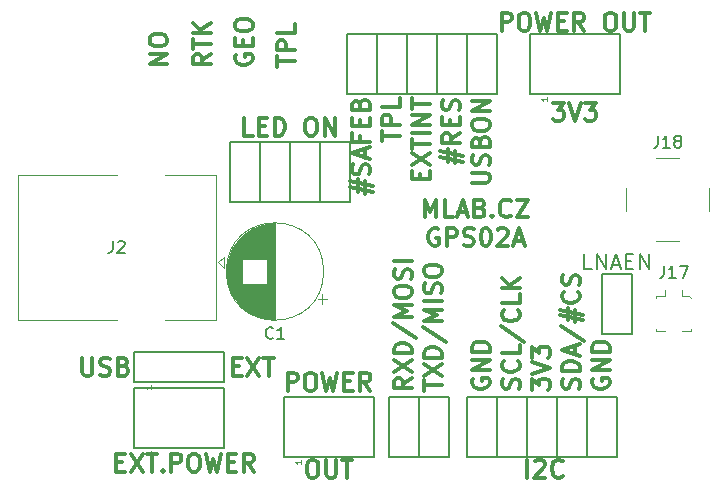
<source format=gbr>
G04 #@! TF.GenerationSoftware,KiCad,Pcbnew,(5.99.0-494-g9b7d4e274)*
G04 #@! TF.CreationDate,2020-06-03T14:44:00+02:00*
G04 #@! TF.ProjectId,GPS02A,47505330-3241-42e6-9b69-6361645f7063,REV*
G04 #@! TF.SameCoordinates,Original*
G04 #@! TF.FileFunction,Legend,Top*
G04 #@! TF.FilePolarity,Positive*
%FSLAX46Y46*%
G04 Gerber Fmt 4.6, Leading zero omitted, Abs format (unit mm)*
G04 Created by KiCad (PCBNEW (5.99.0-494-g9b7d4e274)) date 2020-06-03 14:44:00*
%MOMM*%
%LPD*%
G04 APERTURE LIST*
%ADD10C,0.300000*%
%ADD11C,0.200000*%
%ADD12C,0.150000*%
%ADD13C,0.120000*%
%ADD14C,0.050000*%
G04 APERTURE END LIST*
D10*
X34794571Y22880928D02*
X34794571Y24380928D01*
X35294571Y23309500D01*
X35794571Y24380928D01*
X35794571Y22880928D01*
X37223142Y22880928D02*
X36508857Y22880928D01*
X36508857Y24380928D01*
X37651714Y23309500D02*
X38366000Y23309500D01*
X37508857Y22880928D02*
X38008857Y24380928D01*
X38508857Y22880928D01*
X39508857Y23666642D02*
X39723142Y23595214D01*
X39794571Y23523785D01*
X39866000Y23380928D01*
X39866000Y23166642D01*
X39794571Y23023785D01*
X39723142Y22952357D01*
X39580285Y22880928D01*
X39008857Y22880928D01*
X39008857Y24380928D01*
X39508857Y24380928D01*
X39651714Y24309500D01*
X39723142Y24238071D01*
X39794571Y24095214D01*
X39794571Y23952357D01*
X39723142Y23809500D01*
X39651714Y23738071D01*
X39508857Y23666642D01*
X39008857Y23666642D01*
X40508857Y23023785D02*
X40580285Y22952357D01*
X40508857Y22880928D01*
X40437428Y22952357D01*
X40508857Y23023785D01*
X40508857Y22880928D01*
X42080285Y23023785D02*
X42008857Y22952357D01*
X41794571Y22880928D01*
X41651714Y22880928D01*
X41437428Y22952357D01*
X41294571Y23095214D01*
X41223142Y23238071D01*
X41151714Y23523785D01*
X41151714Y23738071D01*
X41223142Y24023785D01*
X41294571Y24166642D01*
X41437428Y24309500D01*
X41651714Y24380928D01*
X41794571Y24380928D01*
X42008857Y24309500D01*
X42080285Y24238071D01*
X42580285Y24380928D02*
X43580285Y24380928D01*
X42580285Y22880928D01*
X43580285Y22880928D01*
X35973142Y21894500D02*
X35830285Y21965928D01*
X35616000Y21965928D01*
X35401714Y21894500D01*
X35258857Y21751642D01*
X35187428Y21608785D01*
X35116000Y21323071D01*
X35116000Y21108785D01*
X35187428Y20823071D01*
X35258857Y20680214D01*
X35401714Y20537357D01*
X35616000Y20465928D01*
X35758857Y20465928D01*
X35973142Y20537357D01*
X36044571Y20608785D01*
X36044571Y21108785D01*
X35758857Y21108785D01*
X36687428Y20465928D02*
X36687428Y21965928D01*
X37258857Y21965928D01*
X37401714Y21894500D01*
X37473142Y21823071D01*
X37544571Y21680214D01*
X37544571Y21465928D01*
X37473142Y21323071D01*
X37401714Y21251642D01*
X37258857Y21180214D01*
X36687428Y21180214D01*
X38116000Y20537357D02*
X38330285Y20465928D01*
X38687428Y20465928D01*
X38830285Y20537357D01*
X38901714Y20608785D01*
X38973142Y20751642D01*
X38973142Y20894500D01*
X38901714Y21037357D01*
X38830285Y21108785D01*
X38687428Y21180214D01*
X38401714Y21251642D01*
X38258857Y21323071D01*
X38187428Y21394500D01*
X38116000Y21537357D01*
X38116000Y21680214D01*
X38187428Y21823071D01*
X38258857Y21894500D01*
X38401714Y21965928D01*
X38758857Y21965928D01*
X38973142Y21894500D01*
X39901714Y21965928D02*
X40044571Y21965928D01*
X40187428Y21894500D01*
X40258857Y21823071D01*
X40330285Y21680214D01*
X40401714Y21394500D01*
X40401714Y21037357D01*
X40330285Y20751642D01*
X40258857Y20608785D01*
X40187428Y20537357D01*
X40044571Y20465928D01*
X39901714Y20465928D01*
X39758857Y20537357D01*
X39687428Y20608785D01*
X39616000Y20751642D01*
X39544571Y21037357D01*
X39544571Y21394500D01*
X39616000Y21680214D01*
X39687428Y21823071D01*
X39758857Y21894500D01*
X39901714Y21965928D01*
X40973142Y21823071D02*
X41044571Y21894500D01*
X41187428Y21965928D01*
X41544571Y21965928D01*
X41687428Y21894500D01*
X41758857Y21823071D01*
X41830285Y21680214D01*
X41830285Y21537357D01*
X41758857Y21323071D01*
X40901714Y20465928D01*
X41830285Y20465928D01*
X42401714Y20894500D02*
X43116000Y20894500D01*
X42258857Y20465928D02*
X42758857Y21965928D01*
X43258857Y20465928D01*
X38802571Y25793285D02*
X40016857Y25793285D01*
X40159714Y25864714D01*
X40231142Y25936142D01*
X40302571Y26079000D01*
X40302571Y26364714D01*
X40231142Y26507571D01*
X40159714Y26579000D01*
X40016857Y26650428D01*
X38802571Y26650428D01*
X40231142Y27293285D02*
X40302571Y27507571D01*
X40302571Y27864714D01*
X40231142Y28007571D01*
X40159714Y28079000D01*
X40016857Y28150428D01*
X39874000Y28150428D01*
X39731142Y28079000D01*
X39659714Y28007571D01*
X39588285Y27864714D01*
X39516857Y27579000D01*
X39445428Y27436142D01*
X39374000Y27364714D01*
X39231142Y27293285D01*
X39088285Y27293285D01*
X38945428Y27364714D01*
X38874000Y27436142D01*
X38802571Y27579000D01*
X38802571Y27936142D01*
X38874000Y28150428D01*
X39516857Y29293285D02*
X39588285Y29507571D01*
X39659714Y29579000D01*
X39802571Y29650428D01*
X40016857Y29650428D01*
X40159714Y29579000D01*
X40231142Y29507571D01*
X40302571Y29364714D01*
X40302571Y28793285D01*
X38802571Y28793285D01*
X38802571Y29293285D01*
X38874000Y29436142D01*
X38945428Y29507571D01*
X39088285Y29579000D01*
X39231142Y29579000D01*
X39374000Y29507571D01*
X39445428Y29436142D01*
X39516857Y29293285D01*
X39516857Y28793285D01*
X38802571Y30579000D02*
X38802571Y30864714D01*
X38874000Y31007571D01*
X39016857Y31150428D01*
X39302571Y31221857D01*
X39802571Y31221857D01*
X40088285Y31150428D01*
X40231142Y31007571D01*
X40302571Y30864714D01*
X40302571Y30579000D01*
X40231142Y30436142D01*
X40088285Y30293285D01*
X39802571Y30221857D01*
X39302571Y30221857D01*
X39016857Y30293285D01*
X38874000Y30436142D01*
X38802571Y30579000D01*
X40302571Y31864714D02*
X38802571Y31864714D01*
X40302571Y32721857D01*
X38802571Y32721857D01*
X36762571Y27579000D02*
X36762571Y28650428D01*
X36119714Y28007571D02*
X38048285Y27579000D01*
X37405428Y28507571D02*
X37405428Y27436142D01*
X38048285Y28079000D02*
X36119714Y28507571D01*
X37762571Y30007571D02*
X37048285Y29507571D01*
X37762571Y29150428D02*
X36262571Y29150428D01*
X36262571Y29721857D01*
X36334000Y29864714D01*
X36405428Y29936142D01*
X36548285Y30007571D01*
X36762571Y30007571D01*
X36905428Y29936142D01*
X36976857Y29864714D01*
X37048285Y29721857D01*
X37048285Y29150428D01*
X36976857Y30650428D02*
X36976857Y31150428D01*
X37762571Y31364714D02*
X37762571Y30650428D01*
X36262571Y30650428D01*
X36262571Y31364714D01*
X37691142Y31936142D02*
X37762571Y32150428D01*
X37762571Y32507571D01*
X37691142Y32650428D01*
X37619714Y32721857D01*
X37476857Y32793285D01*
X37334000Y32793285D01*
X37191142Y32721857D01*
X37119714Y32650428D01*
X37048285Y32507571D01*
X36976857Y32221857D01*
X36905428Y32079000D01*
X36834000Y32007571D01*
X36691142Y31936142D01*
X36548285Y31936142D01*
X36405428Y32007571D01*
X36334000Y32079000D01*
X36262571Y32221857D01*
X36262571Y32579000D01*
X36334000Y32793285D01*
X34436857Y26079000D02*
X34436857Y26579000D01*
X35222571Y26793285D02*
X35222571Y26079000D01*
X33722571Y26079000D01*
X33722571Y26793285D01*
X33722571Y27293285D02*
X35222571Y28293285D01*
X33722571Y28293285D02*
X35222571Y27293285D01*
X33722571Y28650428D02*
X33722571Y29507571D01*
X35222571Y29079000D02*
X33722571Y29079000D01*
X35222571Y30007571D02*
X33722571Y30007571D01*
X35222571Y30721857D02*
X33722571Y30721857D01*
X35222571Y31579000D01*
X33722571Y31579000D01*
X33722571Y32079000D02*
X33722571Y32936142D01*
X35222571Y32507571D02*
X33722571Y32507571D01*
X31182571Y29364714D02*
X31182571Y30221857D01*
X32682571Y29793285D02*
X31182571Y29793285D01*
X32682571Y30721857D02*
X31182571Y30721857D01*
X31182571Y31293285D01*
X31254000Y31436142D01*
X31325428Y31507571D01*
X31468285Y31579000D01*
X31682571Y31579000D01*
X31825428Y31507571D01*
X31896857Y31436142D01*
X31968285Y31293285D01*
X31968285Y30721857D01*
X32682571Y32936142D02*
X32682571Y32221857D01*
X31182571Y32221857D01*
X29142571Y25007571D02*
X29142571Y26079000D01*
X28499714Y25436142D02*
X30428285Y25007571D01*
X29785428Y25936142D02*
X29785428Y24864714D01*
X30428285Y25507571D02*
X28499714Y25936142D01*
X30071142Y26507571D02*
X30142571Y26721857D01*
X30142571Y27079000D01*
X30071142Y27221857D01*
X29999714Y27293285D01*
X29856857Y27364714D01*
X29714000Y27364714D01*
X29571142Y27293285D01*
X29499714Y27221857D01*
X29428285Y27079000D01*
X29356857Y26793285D01*
X29285428Y26650428D01*
X29214000Y26579000D01*
X29071142Y26507571D01*
X28928285Y26507571D01*
X28785428Y26579000D01*
X28714000Y26650428D01*
X28642571Y26793285D01*
X28642571Y27150428D01*
X28714000Y27364714D01*
X29714000Y27936142D02*
X29714000Y28650428D01*
X30142571Y27793285D02*
X28642571Y28293285D01*
X30142571Y28793285D01*
X29356857Y29793285D02*
X29356857Y29293285D01*
X30142571Y29293285D02*
X28642571Y29293285D01*
X28642571Y30007571D01*
X29356857Y30579000D02*
X29356857Y31079000D01*
X30142571Y31293285D02*
X30142571Y30579000D01*
X28642571Y30579000D01*
X28642571Y31293285D01*
X29356857Y32436142D02*
X29428285Y32650428D01*
X29499714Y32721857D01*
X29642571Y32793285D01*
X29856857Y32793285D01*
X29999714Y32721857D01*
X30071142Y32650428D01*
X30142571Y32507571D01*
X30142571Y31936142D01*
X28642571Y31936142D01*
X28642571Y32436142D01*
X28714000Y32579000D01*
X28785428Y32650428D01*
X28928285Y32721857D01*
X29071142Y32721857D01*
X29214000Y32650428D01*
X29285428Y32579000D01*
X29356857Y32436142D01*
X29356857Y31936142D01*
X45640857Y32571428D02*
X46569428Y32571428D01*
X46069428Y32000000D01*
X46283714Y32000000D01*
X46426571Y31928571D01*
X46498000Y31857142D01*
X46569428Y31714285D01*
X46569428Y31357142D01*
X46498000Y31214285D01*
X46426571Y31142857D01*
X46283714Y31071428D01*
X45855142Y31071428D01*
X45712285Y31142857D01*
X45640857Y31214285D01*
X46998000Y32571428D02*
X47498000Y31071428D01*
X47998000Y32571428D01*
X48355142Y32571428D02*
X49283714Y32571428D01*
X48783714Y32000000D01*
X48998000Y32000000D01*
X49140857Y31928571D01*
X49212285Y31857142D01*
X49283714Y31714285D01*
X49283714Y31357142D01*
X49212285Y31214285D01*
X49140857Y31142857D01*
X48998000Y31071428D01*
X48569428Y31071428D01*
X48426571Y31142857D01*
X48355142Y31214285D01*
X41319428Y38691428D02*
X41319428Y40191428D01*
X41890857Y40191428D01*
X42033714Y40120000D01*
X42105142Y40048571D01*
X42176571Y39905714D01*
X42176571Y39691428D01*
X42105142Y39548571D01*
X42033714Y39477142D01*
X41890857Y39405714D01*
X41319428Y39405714D01*
X43105142Y40191428D02*
X43390857Y40191428D01*
X43533714Y40120000D01*
X43676571Y39977142D01*
X43748000Y39691428D01*
X43748000Y39191428D01*
X43676571Y38905714D01*
X43533714Y38762857D01*
X43390857Y38691428D01*
X43105142Y38691428D01*
X42962285Y38762857D01*
X42819428Y38905714D01*
X42748000Y39191428D01*
X42748000Y39691428D01*
X42819428Y39977142D01*
X42962285Y40120000D01*
X43105142Y40191428D01*
X44248000Y40191428D02*
X44605142Y38691428D01*
X44890857Y39762857D01*
X45176571Y38691428D01*
X45533714Y40191428D01*
X46105142Y39477142D02*
X46605142Y39477142D01*
X46819428Y38691428D02*
X46105142Y38691428D01*
X46105142Y40191428D01*
X46819428Y40191428D01*
X48319428Y38691428D02*
X47819428Y39405714D01*
X47462285Y38691428D02*
X47462285Y40191428D01*
X48033714Y40191428D01*
X48176571Y40120000D01*
X48248000Y40048571D01*
X48319428Y39905714D01*
X48319428Y39691428D01*
X48248000Y39548571D01*
X48176571Y39477142D01*
X48033714Y39405714D01*
X47462285Y39405714D01*
X50390857Y40191428D02*
X50676571Y40191428D01*
X50819428Y40120000D01*
X50962285Y39977142D01*
X51033714Y39691428D01*
X51033714Y39191428D01*
X50962285Y38905714D01*
X50819428Y38762857D01*
X50676571Y38691428D01*
X50390857Y38691428D01*
X50248000Y38762857D01*
X50105142Y38905714D01*
X50033714Y39191428D01*
X50033714Y39691428D01*
X50105142Y39977142D01*
X50248000Y40120000D01*
X50390857Y40191428D01*
X51676571Y40191428D02*
X51676571Y38977142D01*
X51748000Y38834285D01*
X51819428Y38762857D01*
X51962285Y38691428D01*
X52248000Y38691428D01*
X52390857Y38762857D01*
X52462285Y38834285D01*
X52533714Y38977142D01*
X52533714Y40191428D01*
X53033714Y40191428D02*
X53890857Y40191428D01*
X53462285Y38691428D02*
X53462285Y40191428D01*
D11*
X48949238Y18461904D02*
X48330190Y18461904D01*
X48330190Y19761904D01*
X49382571Y18461904D02*
X49382571Y19761904D01*
X50125428Y18461904D01*
X50125428Y19761904D01*
X50682571Y18833333D02*
X51301619Y18833333D01*
X50558761Y18461904D02*
X50992095Y19761904D01*
X51425428Y18461904D01*
X51858761Y19142857D02*
X52292095Y19142857D01*
X52477809Y18461904D02*
X51858761Y18461904D01*
X51858761Y19761904D01*
X52477809Y19761904D01*
X53034952Y18461904D02*
X53034952Y19761904D01*
X53777809Y18461904D01*
X53777809Y19761904D01*
D10*
X43493714Y845428D02*
X43493714Y2345428D01*
X44136571Y2202571D02*
X44208000Y2274000D01*
X44350857Y2345428D01*
X44708000Y2345428D01*
X44850857Y2274000D01*
X44922285Y2202571D01*
X44993714Y2059714D01*
X44993714Y1916857D01*
X44922285Y1702571D01*
X44065142Y845428D01*
X44993714Y845428D01*
X46493714Y988285D02*
X46422285Y916857D01*
X46208000Y845428D01*
X46065142Y845428D01*
X45850857Y916857D01*
X45708000Y1059714D01*
X45636571Y1202571D01*
X45565142Y1488285D01*
X45565142Y1702571D01*
X45636571Y1988285D01*
X45708000Y2131142D01*
X45850857Y2274000D01*
X46065142Y2345428D01*
X46208000Y2345428D01*
X46422285Y2274000D01*
X46493714Y2202571D01*
X49034000Y9211857D02*
X48962571Y9069000D01*
X48962571Y8854714D01*
X49034000Y8640428D01*
X49176857Y8497571D01*
X49319714Y8426142D01*
X49605428Y8354714D01*
X49819714Y8354714D01*
X50105428Y8426142D01*
X50248285Y8497571D01*
X50391142Y8640428D01*
X50462571Y8854714D01*
X50462571Y8997571D01*
X50391142Y9211857D01*
X50319714Y9283285D01*
X49819714Y9283285D01*
X49819714Y8997571D01*
X50462571Y9926142D02*
X48962571Y9926142D01*
X50462571Y10783285D01*
X48962571Y10783285D01*
X50462571Y11497571D02*
X48962571Y11497571D01*
X48962571Y11854714D01*
X49034000Y12069000D01*
X49176857Y12211857D01*
X49319714Y12283285D01*
X49605428Y12354714D01*
X49819714Y12354714D01*
X50105428Y12283285D01*
X50248285Y12211857D01*
X50391142Y12069000D01*
X50462571Y11854714D01*
X50462571Y11497571D01*
X47851142Y8354714D02*
X47922571Y8569000D01*
X47922571Y8926142D01*
X47851142Y9069000D01*
X47779714Y9140428D01*
X47636857Y9211857D01*
X47494000Y9211857D01*
X47351142Y9140428D01*
X47279714Y9069000D01*
X47208285Y8926142D01*
X47136857Y8640428D01*
X47065428Y8497571D01*
X46994000Y8426142D01*
X46851142Y8354714D01*
X46708285Y8354714D01*
X46565428Y8426142D01*
X46494000Y8497571D01*
X46422571Y8640428D01*
X46422571Y8997571D01*
X46494000Y9211857D01*
X47922571Y9854714D02*
X46422571Y9854714D01*
X46422571Y10211857D01*
X46494000Y10426142D01*
X46636857Y10569000D01*
X46779714Y10640428D01*
X47065428Y10711857D01*
X47279714Y10711857D01*
X47565428Y10640428D01*
X47708285Y10569000D01*
X47851142Y10426142D01*
X47922571Y10211857D01*
X47922571Y9854714D01*
X47494000Y11283285D02*
X47494000Y11997571D01*
X47922571Y11140428D02*
X46422571Y11640428D01*
X47922571Y12140428D01*
X46351142Y13711857D02*
X48279714Y12426142D01*
X46922571Y14140428D02*
X46922571Y15211857D01*
X46279714Y14569000D02*
X48208285Y14140428D01*
X47565428Y15069000D02*
X47565428Y13997571D01*
X48208285Y14640428D02*
X46279714Y15069000D01*
X47779714Y16569000D02*
X47851142Y16497571D01*
X47922571Y16283285D01*
X47922571Y16140428D01*
X47851142Y15926142D01*
X47708285Y15783285D01*
X47565428Y15711857D01*
X47279714Y15640428D01*
X47065428Y15640428D01*
X46779714Y15711857D01*
X46636857Y15783285D01*
X46494000Y15926142D01*
X46422571Y16140428D01*
X46422571Y16283285D01*
X46494000Y16497571D01*
X46565428Y16569000D01*
X47851142Y17140428D02*
X47922571Y17354714D01*
X47922571Y17711857D01*
X47851142Y17854714D01*
X47779714Y17926142D01*
X47636857Y17997571D01*
X47494000Y17997571D01*
X47351142Y17926142D01*
X47279714Y17854714D01*
X47208285Y17711857D01*
X47136857Y17426142D01*
X47065428Y17283285D01*
X46994000Y17211857D01*
X46851142Y17140428D01*
X46708285Y17140428D01*
X46565428Y17211857D01*
X46494000Y17283285D01*
X46422571Y17426142D01*
X46422571Y17783285D01*
X46494000Y17997571D01*
X43882571Y8283285D02*
X43882571Y9211857D01*
X44454000Y8711857D01*
X44454000Y8926142D01*
X44525428Y9069000D01*
X44596857Y9140428D01*
X44739714Y9211857D01*
X45096857Y9211857D01*
X45239714Y9140428D01*
X45311142Y9069000D01*
X45382571Y8926142D01*
X45382571Y8497571D01*
X45311142Y8354714D01*
X45239714Y8283285D01*
X43882571Y9640428D02*
X45382571Y10140428D01*
X43882571Y10640428D01*
X43882571Y10997571D02*
X43882571Y11926142D01*
X44454000Y11426142D01*
X44454000Y11640428D01*
X44525428Y11783285D01*
X44596857Y11854714D01*
X44739714Y11926142D01*
X45096857Y11926142D01*
X45239714Y11854714D01*
X45311142Y11783285D01*
X45382571Y11640428D01*
X45382571Y11211857D01*
X45311142Y11069000D01*
X45239714Y10997571D01*
X42771142Y8354714D02*
X42842571Y8569000D01*
X42842571Y8926142D01*
X42771142Y9069000D01*
X42699714Y9140428D01*
X42556857Y9211857D01*
X42414000Y9211857D01*
X42271142Y9140428D01*
X42199714Y9069000D01*
X42128285Y8926142D01*
X42056857Y8640428D01*
X41985428Y8497571D01*
X41914000Y8426142D01*
X41771142Y8354714D01*
X41628285Y8354714D01*
X41485428Y8426142D01*
X41414000Y8497571D01*
X41342571Y8640428D01*
X41342571Y8997571D01*
X41414000Y9211857D01*
X42699714Y10711857D02*
X42771142Y10640428D01*
X42842571Y10426142D01*
X42842571Y10283285D01*
X42771142Y10069000D01*
X42628285Y9926142D01*
X42485428Y9854714D01*
X42199714Y9783285D01*
X41985428Y9783285D01*
X41699714Y9854714D01*
X41556857Y9926142D01*
X41414000Y10069000D01*
X41342571Y10283285D01*
X41342571Y10426142D01*
X41414000Y10640428D01*
X41485428Y10711857D01*
X42842571Y12069000D02*
X42842571Y11354714D01*
X41342571Y11354714D01*
X41271142Y13640428D02*
X43199714Y12354714D01*
X42699714Y14997571D02*
X42771142Y14926142D01*
X42842571Y14711857D01*
X42842571Y14569000D01*
X42771142Y14354714D01*
X42628285Y14211857D01*
X42485428Y14140428D01*
X42199714Y14069000D01*
X41985428Y14069000D01*
X41699714Y14140428D01*
X41556857Y14211857D01*
X41414000Y14354714D01*
X41342571Y14569000D01*
X41342571Y14711857D01*
X41414000Y14926142D01*
X41485428Y14997571D01*
X42842571Y16354714D02*
X42842571Y15640428D01*
X41342571Y15640428D01*
X42842571Y16854714D02*
X41342571Y16854714D01*
X42842571Y17711857D02*
X41985428Y17069000D01*
X41342571Y17711857D02*
X42199714Y16854714D01*
X38874000Y9211857D02*
X38802571Y9069000D01*
X38802571Y8854714D01*
X38874000Y8640428D01*
X39016857Y8497571D01*
X39159714Y8426142D01*
X39445428Y8354714D01*
X39659714Y8354714D01*
X39945428Y8426142D01*
X40088285Y8497571D01*
X40231142Y8640428D01*
X40302571Y8854714D01*
X40302571Y8997571D01*
X40231142Y9211857D01*
X40159714Y9283285D01*
X39659714Y9283285D01*
X39659714Y8997571D01*
X40302571Y9926142D02*
X38802571Y9926142D01*
X40302571Y10783285D01*
X38802571Y10783285D01*
X40302571Y11497571D02*
X38802571Y11497571D01*
X38802571Y11854714D01*
X38874000Y12069000D01*
X39016857Y12211857D01*
X39159714Y12283285D01*
X39445428Y12354714D01*
X39659714Y12354714D01*
X39945428Y12283285D01*
X40088285Y12211857D01*
X40231142Y12069000D01*
X40302571Y11854714D01*
X40302571Y11497571D01*
X34738571Y8211857D02*
X34738571Y9069000D01*
X36238571Y8640428D02*
X34738571Y8640428D01*
X34738571Y9426142D02*
X36238571Y10426142D01*
X34738571Y10426142D02*
X36238571Y9426142D01*
X36238571Y10997571D02*
X34738571Y10997571D01*
X34738571Y11354714D01*
X34810000Y11569000D01*
X34952857Y11711857D01*
X35095714Y11783285D01*
X35381428Y11854714D01*
X35595714Y11854714D01*
X35881428Y11783285D01*
X36024285Y11711857D01*
X36167142Y11569000D01*
X36238571Y11354714D01*
X36238571Y10997571D01*
X34667142Y13569000D02*
X36595714Y12283285D01*
X36238571Y14069000D02*
X34738571Y14069000D01*
X35810000Y14569000D01*
X34738571Y15069000D01*
X36238571Y15069000D01*
X36238571Y15783285D02*
X34738571Y15783285D01*
X36167142Y16426142D02*
X36238571Y16640428D01*
X36238571Y16997571D01*
X36167142Y17140428D01*
X36095714Y17211857D01*
X35952857Y17283285D01*
X35810000Y17283285D01*
X35667142Y17211857D01*
X35595714Y17140428D01*
X35524285Y16997571D01*
X35452857Y16711857D01*
X35381428Y16569000D01*
X35310000Y16497571D01*
X35167142Y16426142D01*
X35024285Y16426142D01*
X34881428Y16497571D01*
X34810000Y16569000D01*
X34738571Y16711857D01*
X34738571Y17069000D01*
X34810000Y17283285D01*
X34738571Y18211857D02*
X34738571Y18497571D01*
X34810000Y18640428D01*
X34952857Y18783285D01*
X35238571Y18854714D01*
X35738571Y18854714D01*
X36024285Y18783285D01*
X36167142Y18640428D01*
X36238571Y18497571D01*
X36238571Y18211857D01*
X36167142Y18069000D01*
X36024285Y17926142D01*
X35738571Y17854714D01*
X35238571Y17854714D01*
X34952857Y17926142D01*
X34810000Y18069000D01*
X34738571Y18211857D01*
X25170000Y2345428D02*
X25455714Y2345428D01*
X25598571Y2274000D01*
X25741428Y2131142D01*
X25812857Y1845428D01*
X25812857Y1345428D01*
X25741428Y1059714D01*
X25598571Y916857D01*
X25455714Y845428D01*
X25170000Y845428D01*
X25027142Y916857D01*
X24884285Y1059714D01*
X24812857Y1345428D01*
X24812857Y1845428D01*
X24884285Y2131142D01*
X25027142Y2274000D01*
X25170000Y2345428D01*
X26455714Y2345428D02*
X26455714Y1131142D01*
X26527142Y988285D01*
X26598571Y916857D01*
X26741428Y845428D01*
X27027142Y845428D01*
X27170000Y916857D01*
X27241428Y988285D01*
X27312857Y1131142D01*
X27312857Y2345428D01*
X27812857Y2345428D02*
X28670000Y2345428D01*
X28241428Y845428D02*
X28241428Y2345428D01*
X23205714Y8211428D02*
X23205714Y9711428D01*
X23777142Y9711428D01*
X23920000Y9640000D01*
X23991428Y9568571D01*
X24062857Y9425714D01*
X24062857Y9211428D01*
X23991428Y9068571D01*
X23920000Y8997142D01*
X23777142Y8925714D01*
X23205714Y8925714D01*
X24991428Y9711428D02*
X25277142Y9711428D01*
X25420000Y9640000D01*
X25562857Y9497142D01*
X25634285Y9211428D01*
X25634285Y8711428D01*
X25562857Y8425714D01*
X25420000Y8282857D01*
X25277142Y8211428D01*
X24991428Y8211428D01*
X24848571Y8282857D01*
X24705714Y8425714D01*
X24634285Y8711428D01*
X24634285Y9211428D01*
X24705714Y9497142D01*
X24848571Y9640000D01*
X24991428Y9711428D01*
X26134285Y9711428D02*
X26491428Y8211428D01*
X26777142Y9282857D01*
X27062857Y8211428D01*
X27420000Y9711428D01*
X27991428Y8997142D02*
X28491428Y8997142D01*
X28705714Y8211428D02*
X27991428Y8211428D01*
X27991428Y9711428D01*
X28705714Y9711428D01*
X30205714Y8211428D02*
X29705714Y8925714D01*
X29348571Y8211428D02*
X29348571Y9711428D01*
X29920000Y9711428D01*
X30062857Y9640000D01*
X30134285Y9568571D01*
X30205714Y9425714D01*
X30205714Y9211428D01*
X30134285Y9068571D01*
X30062857Y8997142D01*
X29920000Y8925714D01*
X29348571Y8925714D01*
X33698571Y9283285D02*
X32984285Y8783285D01*
X33698571Y8426142D02*
X32198571Y8426142D01*
X32198571Y8997571D01*
X32270000Y9140428D01*
X32341428Y9211857D01*
X32484285Y9283285D01*
X32698571Y9283285D01*
X32841428Y9211857D01*
X32912857Y9140428D01*
X32984285Y8997571D01*
X32984285Y8426142D01*
X32198571Y9783285D02*
X33698571Y10783285D01*
X32198571Y10783285D02*
X33698571Y9783285D01*
X33698571Y11354714D02*
X32198571Y11354714D01*
X32198571Y11711857D01*
X32270000Y11926142D01*
X32412857Y12069000D01*
X32555714Y12140428D01*
X32841428Y12211857D01*
X33055714Y12211857D01*
X33341428Y12140428D01*
X33484285Y12069000D01*
X33627142Y11926142D01*
X33698571Y11711857D01*
X33698571Y11354714D01*
X32127142Y13926142D02*
X34055714Y12640428D01*
X33698571Y14426142D02*
X32198571Y14426142D01*
X33270000Y14926142D01*
X32198571Y15426142D01*
X33698571Y15426142D01*
X32198571Y16426142D02*
X32198571Y16711857D01*
X32270000Y16854714D01*
X32412857Y16997571D01*
X32698571Y17069000D01*
X33198571Y17069000D01*
X33484285Y16997571D01*
X33627142Y16854714D01*
X33698571Y16711857D01*
X33698571Y16426142D01*
X33627142Y16283285D01*
X33484285Y16140428D01*
X33198571Y16069000D01*
X32698571Y16069000D01*
X32412857Y16140428D01*
X32270000Y16283285D01*
X32198571Y16426142D01*
X33627142Y17640428D02*
X33698571Y17854714D01*
X33698571Y18211857D01*
X33627142Y18354714D01*
X33555714Y18426142D01*
X33412857Y18497571D01*
X33270000Y18497571D01*
X33127142Y18426142D01*
X33055714Y18354714D01*
X32984285Y18211857D01*
X32912857Y17926142D01*
X32841428Y17783285D01*
X32770000Y17711857D01*
X32627142Y17640428D01*
X32484285Y17640428D01*
X32341428Y17711857D01*
X32270000Y17783285D01*
X32198571Y17926142D01*
X32198571Y18283285D01*
X32270000Y18497571D01*
X33698571Y19140428D02*
X32198571Y19140428D01*
X18585571Y10267142D02*
X19085571Y10267142D01*
X19299857Y9481428D02*
X18585571Y9481428D01*
X18585571Y10981428D01*
X19299857Y10981428D01*
X19799857Y10981428D02*
X20799857Y9481428D01*
X20799857Y10981428D02*
X19799857Y9481428D01*
X21157000Y10981428D02*
X22014142Y10981428D01*
X21585571Y9481428D02*
X21585571Y10981428D01*
X8704428Y2139142D02*
X9204428Y2139142D01*
X9418714Y1353428D02*
X8704428Y1353428D01*
X8704428Y2853428D01*
X9418714Y2853428D01*
X9918714Y2853428D02*
X10918714Y1353428D01*
X10918714Y2853428D02*
X9918714Y1353428D01*
X11275857Y2853428D02*
X12133000Y2853428D01*
X11704428Y1353428D02*
X11704428Y2853428D01*
X12633000Y1496285D02*
X12704428Y1424857D01*
X12633000Y1353428D01*
X12561571Y1424857D01*
X12633000Y1496285D01*
X12633000Y1353428D01*
X13347285Y1353428D02*
X13347285Y2853428D01*
X13918714Y2853428D01*
X14061571Y2782000D01*
X14133000Y2710571D01*
X14204428Y2567714D01*
X14204428Y2353428D01*
X14133000Y2210571D01*
X14061571Y2139142D01*
X13918714Y2067714D01*
X13347285Y2067714D01*
X15133000Y2853428D02*
X15418714Y2853428D01*
X15561571Y2782000D01*
X15704428Y2639142D01*
X15775857Y2353428D01*
X15775857Y1853428D01*
X15704428Y1567714D01*
X15561571Y1424857D01*
X15418714Y1353428D01*
X15133000Y1353428D01*
X14990142Y1424857D01*
X14847285Y1567714D01*
X14775857Y1853428D01*
X14775857Y2353428D01*
X14847285Y2639142D01*
X14990142Y2782000D01*
X15133000Y2853428D01*
X16275857Y2853428D02*
X16633000Y1353428D01*
X16918714Y2424857D01*
X17204428Y1353428D01*
X17561571Y2853428D01*
X18133000Y2139142D02*
X18633000Y2139142D01*
X18847285Y1353428D02*
X18133000Y1353428D01*
X18133000Y2853428D01*
X18847285Y2853428D01*
X20347285Y1353428D02*
X19847285Y2067714D01*
X19490142Y1353428D02*
X19490142Y2853428D01*
X20061571Y2853428D01*
X20204428Y2782000D01*
X20275857Y2710571D01*
X20347285Y2567714D01*
X20347285Y2353428D01*
X20275857Y2210571D01*
X20204428Y2139142D01*
X20061571Y2067714D01*
X19490142Y2067714D01*
X5822142Y10981428D02*
X5822142Y9767142D01*
X5893571Y9624285D01*
X5965000Y9552857D01*
X6107857Y9481428D01*
X6393571Y9481428D01*
X6536428Y9552857D01*
X6607857Y9624285D01*
X6679285Y9767142D01*
X6679285Y10981428D01*
X7322142Y9552857D02*
X7536428Y9481428D01*
X7893571Y9481428D01*
X8036428Y9552857D01*
X8107857Y9624285D01*
X8179285Y9767142D01*
X8179285Y9910000D01*
X8107857Y10052857D01*
X8036428Y10124285D01*
X7893571Y10195714D01*
X7607857Y10267142D01*
X7465000Y10338571D01*
X7393571Y10410000D01*
X7322142Y10552857D01*
X7322142Y10695714D01*
X7393571Y10838571D01*
X7465000Y10910000D01*
X7607857Y10981428D01*
X7965000Y10981428D01*
X8179285Y10910000D01*
X9322142Y10267142D02*
X9536428Y10195714D01*
X9607857Y10124285D01*
X9679285Y9981428D01*
X9679285Y9767142D01*
X9607857Y9624285D01*
X9536428Y9552857D01*
X9393571Y9481428D01*
X8822142Y9481428D01*
X8822142Y10981428D01*
X9322142Y10981428D01*
X9465000Y10910000D01*
X9536428Y10838571D01*
X9607857Y10695714D01*
X9607857Y10552857D01*
X9536428Y10410000D01*
X9465000Y10338571D01*
X9322142Y10267142D01*
X8822142Y10267142D01*
X20260857Y29801428D02*
X19546571Y29801428D01*
X19546571Y31301428D01*
X20760857Y30587142D02*
X21260857Y30587142D01*
X21475142Y29801428D02*
X20760857Y29801428D01*
X20760857Y31301428D01*
X21475142Y31301428D01*
X22118000Y29801428D02*
X22118000Y31301428D01*
X22475142Y31301428D01*
X22689428Y31230000D01*
X22832285Y31087142D01*
X22903714Y30944285D01*
X22975142Y30658571D01*
X22975142Y30444285D01*
X22903714Y30158571D01*
X22832285Y30015714D01*
X22689428Y29872857D01*
X22475142Y29801428D01*
X22118000Y29801428D01*
X25046571Y31301428D02*
X25332285Y31301428D01*
X25475142Y31230000D01*
X25618000Y31087142D01*
X25689428Y30801428D01*
X25689428Y30301428D01*
X25618000Y30015714D01*
X25475142Y29872857D01*
X25332285Y29801428D01*
X25046571Y29801428D01*
X24903714Y29872857D01*
X24760857Y30015714D01*
X24689428Y30301428D01*
X24689428Y30801428D01*
X24760857Y31087142D01*
X24903714Y31230000D01*
X25046571Y31301428D01*
X26332285Y29801428D02*
X26332285Y31301428D01*
X27189428Y29801428D01*
X27189428Y31301428D01*
X22292571Y35643857D02*
X22292571Y36501000D01*
X23792571Y36072428D02*
X22292571Y36072428D01*
X23792571Y37001000D02*
X22292571Y37001000D01*
X22292571Y37572428D01*
X22364000Y37715285D01*
X22435428Y37786714D01*
X22578285Y37858142D01*
X22792571Y37858142D01*
X22935428Y37786714D01*
X23006857Y37715285D01*
X23078285Y37572428D01*
X23078285Y37001000D01*
X23792571Y39215285D02*
X23792571Y38501000D01*
X22292571Y38501000D01*
X16680571Y36715285D02*
X15966285Y36215285D01*
X16680571Y35858142D02*
X15180571Y35858142D01*
X15180571Y36429571D01*
X15252000Y36572428D01*
X15323428Y36643857D01*
X15466285Y36715285D01*
X15680571Y36715285D01*
X15823428Y36643857D01*
X15894857Y36572428D01*
X15966285Y36429571D01*
X15966285Y35858142D01*
X15180571Y37143857D02*
X15180571Y38001000D01*
X16680571Y37572428D02*
X15180571Y37572428D01*
X16680571Y38501000D02*
X15180571Y38501000D01*
X16680571Y39358142D02*
X15823428Y38715285D01*
X15180571Y39358142D02*
X16037714Y38501000D01*
X18808000Y36643857D02*
X18736571Y36501000D01*
X18736571Y36286714D01*
X18808000Y36072428D01*
X18950857Y35929571D01*
X19093714Y35858142D01*
X19379428Y35786714D01*
X19593714Y35786714D01*
X19879428Y35858142D01*
X20022285Y35929571D01*
X20165142Y36072428D01*
X20236571Y36286714D01*
X20236571Y36429571D01*
X20165142Y36643857D01*
X20093714Y36715285D01*
X19593714Y36715285D01*
X19593714Y36429571D01*
X19450857Y37358142D02*
X19450857Y37858142D01*
X20236571Y38072428D02*
X20236571Y37358142D01*
X18736571Y37358142D01*
X18736571Y38072428D01*
X18736571Y39001000D02*
X18736571Y39286714D01*
X18808000Y39429571D01*
X18950857Y39572428D01*
X19236571Y39643857D01*
X19736571Y39643857D01*
X20022285Y39572428D01*
X20165142Y39429571D01*
X20236571Y39286714D01*
X20236571Y39001000D01*
X20165142Y38858142D01*
X20022285Y38715285D01*
X19736571Y38643857D01*
X19236571Y38643857D01*
X18950857Y38715285D01*
X18808000Y38858142D01*
X18736571Y39001000D01*
X13013428Y38001000D02*
X13013428Y37715285D01*
X12942000Y37572428D01*
X12799142Y37429571D01*
X12513428Y37358142D01*
X12013428Y37358142D01*
X11727714Y37429571D01*
X11584857Y37572428D01*
X11513428Y37715285D01*
X11513428Y38001000D01*
X11584857Y38143857D01*
X11727714Y38286714D01*
X12013428Y38358142D01*
X12513428Y38358142D01*
X12799142Y38286714D01*
X12942000Y38143857D01*
X13013428Y38001000D01*
X11513428Y36715285D02*
X13013428Y36715285D01*
X11513428Y35858142D01*
X13013428Y35858142D01*
D12*
X38354000Y38354000D02*
X40894000Y38354000D01*
X40894000Y38354000D02*
X40894000Y33274000D01*
X40894000Y33274000D02*
X38354000Y33274000D01*
X38354000Y33274000D02*
X38354000Y38354000D01*
X20828000Y29210000D02*
X20828000Y24130000D01*
X18288000Y29210000D02*
X20828000Y29210000D01*
X18288000Y24130000D02*
X18288000Y29210000D01*
X20828000Y24130000D02*
X18288000Y24130000D01*
X17780000Y8890000D02*
X10160000Y8890000D01*
X17780000Y11430000D02*
X17780000Y8890000D01*
X10160000Y11430000D02*
X17780000Y11430000D01*
X10160000Y8890000D02*
X10160000Y11430000D01*
X25908000Y29210000D02*
X25908000Y24130000D01*
X23368000Y29210000D02*
X25908000Y29210000D01*
X23368000Y24130000D02*
X23368000Y29210000D01*
X25908000Y24130000D02*
X23368000Y24130000D01*
X23368000Y29210000D02*
X23368000Y24130000D01*
X20828000Y29210000D02*
X23368000Y29210000D01*
X20828000Y24130000D02*
X20828000Y29210000D01*
X23368000Y24130000D02*
X20828000Y24130000D01*
X28448000Y29210000D02*
X28448000Y24130000D01*
X25908000Y29210000D02*
X28448000Y29210000D01*
X25908000Y24130000D02*
X25908000Y29210000D01*
X28448000Y24130000D02*
X25908000Y24130000D01*
D13*
X51866800Y23384000D02*
X51866800Y25384000D01*
X56372000Y20878800D02*
X54372000Y20878800D01*
X58877200Y25384000D02*
X58877200Y23384000D01*
X54372000Y27889200D02*
X56372000Y27889200D01*
X57380000Y13232000D02*
X56580000Y13232000D01*
X57380000Y13432000D02*
X57380000Y13232000D01*
X54380000Y13232000D02*
X54380000Y13432000D01*
X55180000Y13232000D02*
X54380000Y13232000D01*
X54380000Y16232000D02*
X55180000Y16232000D01*
X54380000Y16032000D02*
X54380000Y16232000D01*
X57180000Y16232000D02*
X57380000Y16032000D01*
X56580000Y16232000D02*
X57180000Y16232000D01*
X56580000Y16232000D02*
X56580000Y16732000D01*
X55180000Y16232000D02*
X55180000Y16732000D01*
D12*
X33274000Y33274000D02*
X30734000Y33274000D01*
X33274000Y38354000D02*
X33274000Y33274000D01*
X30734000Y38354000D02*
X33274000Y38354000D01*
X30734000Y33274000D02*
X30734000Y38354000D01*
X51308000Y33274000D02*
X43688000Y33274000D01*
X51308000Y38354000D02*
X51308000Y33274000D01*
X43688000Y38354000D02*
X51308000Y38354000D01*
X43688000Y33274000D02*
X43688000Y38354000D01*
X49784000Y18034000D02*
X52324000Y18034000D01*
X49784000Y12954000D02*
X49784000Y18034000D01*
X52324000Y12954000D02*
X49784000Y12954000D01*
X52324000Y18034000D02*
X52324000Y12954000D01*
X35814000Y38354000D02*
X38354000Y38354000D01*
X35814000Y33274000D02*
X35814000Y38354000D01*
X38354000Y33274000D02*
X35814000Y33274000D01*
X38354000Y38354000D02*
X38354000Y33274000D01*
X28194000Y38354000D02*
X30734000Y38354000D01*
X28194000Y33274000D02*
X28194000Y38354000D01*
X30734000Y33274000D02*
X28194000Y33274000D01*
X30734000Y38354000D02*
X30734000Y33274000D01*
X35814000Y33274000D02*
X33274000Y33274000D01*
X35814000Y38354000D02*
X35814000Y33274000D01*
X33274000Y38354000D02*
X35814000Y38354000D01*
X33274000Y33274000D02*
X33274000Y38354000D01*
X38354000Y7620000D02*
X40894000Y7620000D01*
X38354000Y2540000D02*
X38354000Y7620000D01*
X40894000Y2540000D02*
X38354000Y2540000D01*
X40894000Y7620000D02*
X40894000Y2540000D01*
X48514000Y7620000D02*
X51054000Y7620000D01*
X48514000Y2540000D02*
X48514000Y7620000D01*
X51054000Y2540000D02*
X48514000Y2540000D01*
X51054000Y7620000D02*
X51054000Y2540000D01*
X43434000Y7620000D02*
X45974000Y7620000D01*
X43434000Y2540000D02*
X43434000Y7620000D01*
X45974000Y2540000D02*
X43434000Y2540000D01*
X45974000Y7620000D02*
X45974000Y2540000D01*
X40894000Y7620000D02*
X43434000Y7620000D01*
X40894000Y2540000D02*
X40894000Y7620000D01*
X43434000Y2540000D02*
X40894000Y2540000D01*
X43434000Y7620000D02*
X43434000Y2540000D01*
X45974000Y7620000D02*
X48514000Y7620000D01*
X45974000Y2540000D02*
X45974000Y7620000D01*
X48514000Y2540000D02*
X45974000Y2540000D01*
X48514000Y7620000D02*
X48514000Y2540000D01*
X31750000Y7620000D02*
X34290000Y7620000D01*
X31750000Y2540000D02*
X31750000Y7620000D01*
X34290000Y2540000D02*
X31750000Y2540000D01*
X34290000Y7620000D02*
X34290000Y2540000D01*
X34290000Y7620000D02*
X36830000Y7620000D01*
X34290000Y2540000D02*
X34290000Y7620000D01*
X36830000Y2540000D02*
X34290000Y2540000D01*
X36830000Y7620000D02*
X36830000Y2540000D01*
X30480000Y2540000D02*
X22860000Y2540000D01*
X30480000Y7620000D02*
X30480000Y2540000D01*
X22860000Y7620000D02*
X30480000Y7620000D01*
X22860000Y2540000D02*
X22860000Y7620000D01*
D13*
X17814000Y19550000D02*
X17314000Y19050000D01*
X17814000Y18550000D02*
X17814000Y19550000D01*
X17314000Y19050000D02*
X17814000Y18550000D01*
X374000Y26460000D02*
X8734000Y26460000D01*
X374000Y14140000D02*
X374000Y26460000D01*
X8734000Y14140000D02*
X374000Y14140000D01*
X17094000Y26460000D02*
X12834000Y26460000D01*
X17094000Y14140000D02*
X17094000Y26460000D01*
X12834000Y14140000D02*
X17094000Y14140000D01*
D12*
X17780000Y3302000D02*
X10160000Y3302000D01*
X17780000Y8382000D02*
X17780000Y3302000D01*
X10160000Y8382000D02*
X17780000Y8382000D01*
X10160000Y3302000D02*
X10160000Y8382000D01*
D13*
X26135698Y15573000D02*
X26135698Y16373000D01*
X26535698Y15973000D02*
X25735698Y15973000D01*
X18045000Y17755000D02*
X18045000Y18821000D01*
X18085000Y17520000D02*
X18085000Y19056000D01*
X18125000Y17340000D02*
X18125000Y19236000D01*
X18165000Y17190000D02*
X18165000Y19386000D01*
X18205000Y17059000D02*
X18205000Y19517000D01*
X18245000Y16942000D02*
X18245000Y19634000D01*
X18285000Y16835000D02*
X18285000Y19741000D01*
X18325000Y16736000D02*
X18325000Y19840000D01*
X18365000Y16643000D02*
X18365000Y19933000D01*
X18405000Y16557000D02*
X18405000Y20019000D01*
X18445000Y16475000D02*
X18445000Y20101000D01*
X18485000Y16398000D02*
X18485000Y20178000D01*
X18525000Y16324000D02*
X18525000Y20252000D01*
X18565000Y16254000D02*
X18565000Y20322000D01*
X18605000Y16186000D02*
X18605000Y20390000D01*
X18645000Y16122000D02*
X18645000Y20454000D01*
X18685000Y16060000D02*
X18685000Y20516000D01*
X18725000Y16001000D02*
X18725000Y20575000D01*
X18765000Y15943000D02*
X18765000Y20633000D01*
X18805000Y15888000D02*
X18805000Y20688000D01*
X18845000Y15834000D02*
X18845000Y20742000D01*
X18885000Y15783000D02*
X18885000Y20793000D01*
X18925000Y15732000D02*
X18925000Y20844000D01*
X18965000Y15684000D02*
X18965000Y20892000D01*
X19005000Y15637000D02*
X19005000Y20939000D01*
X19045000Y15591000D02*
X19045000Y20985000D01*
X19085000Y15547000D02*
X19085000Y21029000D01*
X19125000Y15504000D02*
X19125000Y21072000D01*
X19165000Y15462000D02*
X19165000Y21114000D01*
X19205000Y15421000D02*
X19205000Y21155000D01*
X19245000Y15381000D02*
X19245000Y21195000D01*
X19285000Y15343000D02*
X19285000Y21233000D01*
X19325000Y15305000D02*
X19325000Y21271000D01*
X19365000Y19328000D02*
X19365000Y21307000D01*
X19365000Y15269000D02*
X19365000Y17248000D01*
X19405000Y19328000D02*
X19405000Y21343000D01*
X19405000Y15233000D02*
X19405000Y17248000D01*
X19445000Y19328000D02*
X19445000Y21378000D01*
X19445000Y15198000D02*
X19445000Y17248000D01*
X19485000Y19328000D02*
X19485000Y21412000D01*
X19485000Y15164000D02*
X19485000Y17248000D01*
X19525000Y19328000D02*
X19525000Y21444000D01*
X19525000Y15132000D02*
X19525000Y17248000D01*
X19565000Y19328000D02*
X19565000Y21477000D01*
X19565000Y15099000D02*
X19565000Y17248000D01*
X19605000Y19328000D02*
X19605000Y21508000D01*
X19605000Y15068000D02*
X19605000Y17248000D01*
X19645000Y19328000D02*
X19645000Y21538000D01*
X19645000Y15038000D02*
X19645000Y17248000D01*
X19685000Y19328000D02*
X19685000Y21568000D01*
X19685000Y15008000D02*
X19685000Y17248000D01*
X19725000Y19328000D02*
X19725000Y21597000D01*
X19725000Y14979000D02*
X19725000Y17248000D01*
X19765000Y19328000D02*
X19765000Y21626000D01*
X19765000Y14950000D02*
X19765000Y17248000D01*
X19805000Y19328000D02*
X19805000Y21653000D01*
X19805000Y14923000D02*
X19805000Y17248000D01*
X19845000Y19328000D02*
X19845000Y21680000D01*
X19845000Y14896000D02*
X19845000Y17248000D01*
X19885000Y19328000D02*
X19885000Y21706000D01*
X19885000Y14870000D02*
X19885000Y17248000D01*
X19925000Y19328000D02*
X19925000Y21732000D01*
X19925000Y14844000D02*
X19925000Y17248000D01*
X19965000Y19328000D02*
X19965000Y21757000D01*
X19965000Y14819000D02*
X19965000Y17248000D01*
X20005000Y19328000D02*
X20005000Y21781000D01*
X20005000Y14795000D02*
X20005000Y17248000D01*
X20045000Y19328000D02*
X20045000Y21805000D01*
X20045000Y14771000D02*
X20045000Y17248000D01*
X20085000Y19328000D02*
X20085000Y21828000D01*
X20085000Y14748000D02*
X20085000Y17248000D01*
X20125000Y19328000D02*
X20125000Y21850000D01*
X20125000Y14726000D02*
X20125000Y17248000D01*
X20165000Y19328000D02*
X20165000Y21872000D01*
X20165000Y14704000D02*
X20165000Y17248000D01*
X20205000Y19328000D02*
X20205000Y21894000D01*
X20205000Y14682000D02*
X20205000Y17248000D01*
X20245000Y19328000D02*
X20245000Y21915000D01*
X20245000Y14661000D02*
X20245000Y17248000D01*
X20285000Y19328000D02*
X20285000Y21935000D01*
X20285000Y14641000D02*
X20285000Y17248000D01*
X20325000Y19328000D02*
X20325000Y21954000D01*
X20325000Y14622000D02*
X20325000Y17248000D01*
X20365000Y19328000D02*
X20365000Y21974000D01*
X20365000Y14602000D02*
X20365000Y17248000D01*
X20405000Y19328000D02*
X20405000Y21992000D01*
X20405000Y14584000D02*
X20405000Y17248000D01*
X20445000Y19328000D02*
X20445000Y22010000D01*
X20445000Y14566000D02*
X20445000Y17248000D01*
X20485000Y19328000D02*
X20485000Y22028000D01*
X20485000Y14548000D02*
X20485000Y17248000D01*
X20525000Y19328000D02*
X20525000Y22045000D01*
X20525000Y14531000D02*
X20525000Y17248000D01*
X20565000Y19328000D02*
X20565000Y22062000D01*
X20565000Y14514000D02*
X20565000Y17248000D01*
X20605000Y19328000D02*
X20605000Y22078000D01*
X20605000Y14498000D02*
X20605000Y17248000D01*
X20645000Y19328000D02*
X20645000Y22093000D01*
X20645000Y14483000D02*
X20645000Y17248000D01*
X20685000Y19328000D02*
X20685000Y22109000D01*
X20685000Y14467000D02*
X20685000Y17248000D01*
X20725000Y19328000D02*
X20725000Y22123000D01*
X20725000Y14453000D02*
X20725000Y17248000D01*
X20765000Y19328000D02*
X20765000Y22138000D01*
X20765000Y14438000D02*
X20765000Y17248000D01*
X20805000Y19328000D02*
X20805000Y22151000D01*
X20805000Y14425000D02*
X20805000Y17248000D01*
X20845000Y19328000D02*
X20845000Y22165000D01*
X20845000Y14411000D02*
X20845000Y17248000D01*
X20885000Y19328000D02*
X20885000Y22177000D01*
X20885000Y14399000D02*
X20885000Y17248000D01*
X20925000Y19328000D02*
X20925000Y22190000D01*
X20925000Y14386000D02*
X20925000Y17248000D01*
X20965000Y19328000D02*
X20965000Y22202000D01*
X20965000Y14374000D02*
X20965000Y17248000D01*
X21005000Y19328000D02*
X21005000Y22213000D01*
X21005000Y14363000D02*
X21005000Y17248000D01*
X21045000Y19328000D02*
X21045000Y22224000D01*
X21045000Y14352000D02*
X21045000Y17248000D01*
X21085000Y19328000D02*
X21085000Y22235000D01*
X21085000Y14341000D02*
X21085000Y17248000D01*
X21125000Y19328000D02*
X21125000Y22245000D01*
X21125000Y14331000D02*
X21125000Y17248000D01*
X21165000Y19328000D02*
X21165000Y22255000D01*
X21165000Y14321000D02*
X21165000Y17248000D01*
X21205000Y19328000D02*
X21205000Y22264000D01*
X21205000Y14312000D02*
X21205000Y17248000D01*
X21245000Y19328000D02*
X21245000Y22273000D01*
X21245000Y14303000D02*
X21245000Y17248000D01*
X21285000Y19328000D02*
X21285000Y22282000D01*
X21285000Y14294000D02*
X21285000Y17248000D01*
X21325000Y19328000D02*
X21325000Y22290000D01*
X21325000Y14286000D02*
X21325000Y17248000D01*
X21365000Y19328000D02*
X21365000Y22298000D01*
X21365000Y14278000D02*
X21365000Y17248000D01*
X21405000Y19328000D02*
X21405000Y22305000D01*
X21405000Y14271000D02*
X21405000Y17248000D01*
X21446000Y14264000D02*
X21446000Y22312000D01*
X21486000Y14258000D02*
X21486000Y22318000D01*
X21526000Y14251000D02*
X21526000Y22325000D01*
X21566000Y14246000D02*
X21566000Y22330000D01*
X21606000Y14240000D02*
X21606000Y22336000D01*
X21646000Y14236000D02*
X21646000Y22340000D01*
X21686000Y14231000D02*
X21686000Y22345000D01*
X21726000Y14227000D02*
X21726000Y22349000D01*
X21766000Y14223000D02*
X21766000Y22353000D01*
X21806000Y14220000D02*
X21806000Y22356000D01*
X21846000Y14217000D02*
X21846000Y22359000D01*
X21886000Y14214000D02*
X21886000Y22362000D01*
X21926000Y14212000D02*
X21926000Y22364000D01*
X21966000Y14211000D02*
X21966000Y22365000D01*
X22006000Y14209000D02*
X22006000Y22367000D01*
X22046000Y14208000D02*
X22046000Y22368000D01*
X22086000Y14208000D02*
X22086000Y22368000D01*
X22126000Y14208000D02*
X22126000Y22368000D01*
X26246000Y18288000D02*
G75*
G03X26246000Y18288000I-4120000J0D01*
G01*
D14*
X11656190Y8651857D02*
X11656190Y8366142D01*
X11656190Y8509000D02*
X11156190Y8509000D01*
X11227619Y8461380D01*
X11275238Y8413761D01*
X11299047Y8366142D01*
D12*
X54562476Y29781619D02*
X54562476Y29067333D01*
X54514857Y28924476D01*
X54419619Y28829238D01*
X54276761Y28781619D01*
X54181523Y28781619D01*
X55562476Y28781619D02*
X54991047Y28781619D01*
X55276761Y28781619D02*
X55276761Y29781619D01*
X55181523Y29638761D01*
X55086285Y29543523D01*
X54991047Y29495904D01*
X56133904Y29353047D02*
X56038666Y29400666D01*
X55991047Y29448285D01*
X55943428Y29543523D01*
X55943428Y29591142D01*
X55991047Y29686380D01*
X56038666Y29734000D01*
X56133904Y29781619D01*
X56324380Y29781619D01*
X56419619Y29734000D01*
X56467238Y29686380D01*
X56514857Y29591142D01*
X56514857Y29543523D01*
X56467238Y29448285D01*
X56419619Y29400666D01*
X56324380Y29353047D01*
X56133904Y29353047D01*
X56038666Y29305428D01*
X55991047Y29257809D01*
X55943428Y29162571D01*
X55943428Y28972095D01*
X55991047Y28876857D01*
X56038666Y28829238D01*
X56133904Y28781619D01*
X56324380Y28781619D01*
X56419619Y28829238D01*
X56467238Y28876857D01*
X56514857Y28972095D01*
X56514857Y29162571D01*
X56467238Y29257809D01*
X56419619Y29305428D01*
X56324380Y29353047D01*
X55070476Y18779619D02*
X55070476Y18065333D01*
X55022857Y17922476D01*
X54927619Y17827238D01*
X54784761Y17779619D01*
X54689523Y17779619D01*
X56070476Y17779619D02*
X55499047Y17779619D01*
X55784761Y17779619D02*
X55784761Y18779619D01*
X55689523Y18636761D01*
X55594285Y18541523D01*
X55499047Y18493904D01*
X56403809Y18779619D02*
X57070476Y18779619D01*
X56641904Y17779619D01*
D14*
X45184190Y33035857D02*
X45184190Y32750142D01*
X45184190Y32893000D02*
X44684190Y32893000D01*
X44755619Y32845380D01*
X44803238Y32797761D01*
X44827047Y32750142D01*
X24356190Y2301857D02*
X24356190Y2016142D01*
X24356190Y2159000D02*
X23856190Y2159000D01*
X23927619Y2111380D01*
X23975238Y2063761D01*
X23999047Y2016142D01*
D12*
X8400666Y20867619D02*
X8400666Y20153333D01*
X8353047Y20010476D01*
X8257809Y19915238D01*
X8114952Y19867619D01*
X8019714Y19867619D01*
X8829238Y20772380D02*
X8876857Y20820000D01*
X8972095Y20867619D01*
X9210190Y20867619D01*
X9305428Y20820000D01*
X9353047Y20772380D01*
X9400666Y20677142D01*
X9400666Y20581904D01*
X9353047Y20439047D01*
X8781619Y19867619D01*
X9400666Y19867619D01*
D14*
X11656190Y3063857D02*
X11656190Y2778142D01*
X11656190Y2921000D02*
X11156190Y2921000D01*
X11227619Y2873380D01*
X11275238Y2825761D01*
X11299047Y2778142D01*
D12*
X21959333Y12680857D02*
X21911714Y12633238D01*
X21768857Y12585619D01*
X21673619Y12585619D01*
X21530761Y12633238D01*
X21435523Y12728476D01*
X21387904Y12823714D01*
X21340285Y13014190D01*
X21340285Y13157047D01*
X21387904Y13347523D01*
X21435523Y13442761D01*
X21530761Y13538000D01*
X21673619Y13585619D01*
X21768857Y13585619D01*
X21911714Y13538000D01*
X21959333Y13490380D01*
X22911714Y12585619D02*
X22340285Y12585619D01*
X22626000Y12585619D02*
X22626000Y13585619D01*
X22530761Y13442761D01*
X22435523Y13347523D01*
X22340285Y13299904D01*
M02*

</source>
